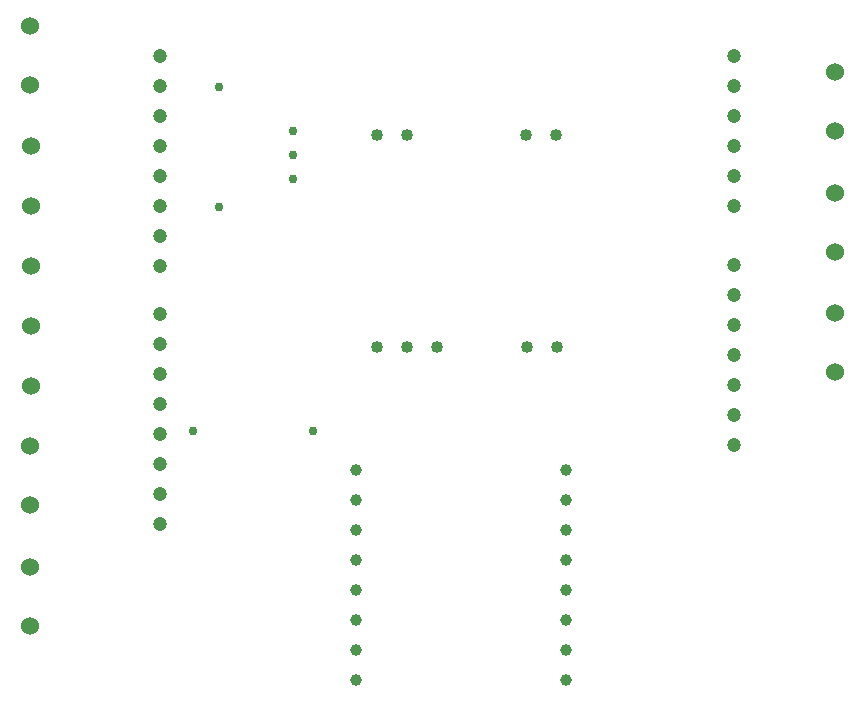
<source format=gbr>
G04 PROTEUS GERBER X2 FILE*
%TF.GenerationSoftware,Labcenter,Proteus,8.11-SP0-Build30052*%
%TF.CreationDate,2022-05-16T20:50:57+00:00*%
%TF.FileFunction,Plated,1,2,PTH*%
%TF.FilePolarity,Positive*%
%TF.Part,Single*%
%TF.SameCoordinates,{860b8ca4-a46b-4a59-b09f-cc4400e6bc87}*%
%FSLAX45Y45*%
%MOMM*%
G01*
%TA.AperFunction,ComponentDrill*%
%ADD38C,1.000000*%
%TA.AperFunction,ComponentDrill*%
%ADD39C,1.200000*%
%TA.AperFunction,ComponentDrill*%
%ADD40C,1.524000*%
%TA.AperFunction,ComponentDrill*%
%ADD41C,0.762000*%
%TA.AperFunction,ComponentDrill*%
%ADD42C,1.016000*%
%TD.AperFunction*%
D38*
X-1950000Y+4544000D03*
X-1950000Y+4290000D03*
X-1950000Y+4036000D03*
X-1950000Y+3782000D03*
X-1950000Y+3528000D03*
X-1950000Y+3274000D03*
X-1950000Y+3020000D03*
X-1950000Y+2766000D03*
X-166000Y+4538000D03*
X-166000Y+4284000D03*
X-166000Y+4030000D03*
X-166000Y+3776000D03*
X-166000Y+3522000D03*
X-166000Y+3268000D03*
X-166000Y+3014000D03*
X-166000Y+2760000D03*
D39*
X+1250000Y+4750000D03*
X+1250000Y+5004000D03*
X+1250000Y+5258000D03*
X+1250000Y+5512000D03*
X+1250000Y+5766000D03*
X+1250000Y+6020000D03*
X+1250000Y+6274000D03*
X+1250000Y+6774000D03*
X+1250000Y+7028000D03*
X+1250000Y+7282000D03*
X+1250000Y+7536000D03*
X+1250000Y+7790000D03*
X+1250000Y+8044000D03*
X-3610000Y+8044000D03*
X-3610000Y+7790000D03*
X-3610000Y+7536000D03*
X-3610000Y+7282000D03*
X-3610000Y+7028000D03*
X-3610000Y+6774000D03*
X-3610000Y+6520000D03*
X-3610000Y+6266000D03*
X-3610000Y+5866000D03*
X-3610000Y+5612000D03*
X-3610000Y+5358000D03*
X-3610000Y+5104000D03*
X-3610000Y+4850000D03*
X-3610000Y+4596000D03*
X-3610000Y+4342000D03*
X-3610000Y+4088000D03*
D40*
X-4700000Y+5256000D03*
X-4700000Y+5764000D03*
X-4700000Y+6272000D03*
X-4700000Y+6780000D03*
X-4700000Y+7288000D03*
X-4710000Y+4744000D03*
X-4710000Y+4243620D03*
X-4710000Y+7800000D03*
X-4710000Y+8300380D03*
X-4710000Y+3220000D03*
X-4710000Y+3720380D03*
D41*
X-3326000Y+4870000D03*
X-2310000Y+4870000D03*
D42*
X-1770000Y+5580000D03*
X-1516000Y+5580000D03*
X-1262000Y+5580000D03*
X-500000Y+5580000D03*
X-246000Y+5580000D03*
X-510000Y+7380000D03*
X-256000Y+7380000D03*
X-1770000Y+7380000D03*
X-1516000Y+7380000D03*
D40*
X+2110000Y+7410000D03*
X+2110000Y+7910380D03*
X+2110000Y+6389620D03*
X+2110000Y+6890000D03*
D41*
X-3110000Y+6770000D03*
X-3110000Y+7786000D03*
X-2480000Y+7006800D03*
X-2480000Y+7210000D03*
X-2480000Y+7413200D03*
D40*
X+2110000Y+5370000D03*
X+2110000Y+5870380D03*
M02*

</source>
